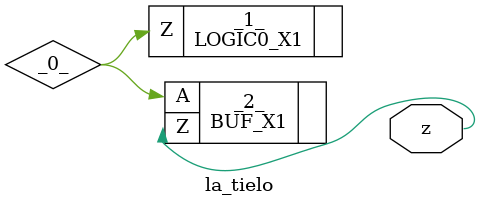
<source format=v>
/* Generated by Yosys 0.37 (git sha1 a5c7f69ed, clang 14.0.0-1ubuntu1.1 -fPIC -Os) */

module la_tielo(z);
  wire _0_;
  output z;
  wire z;
  LOGIC0_X1 _1_ (
    .Z(_0_)
  );
  BUF_X1 _2_ (
    .A(_0_),
    .Z(z)
  );
endmodule

</source>
